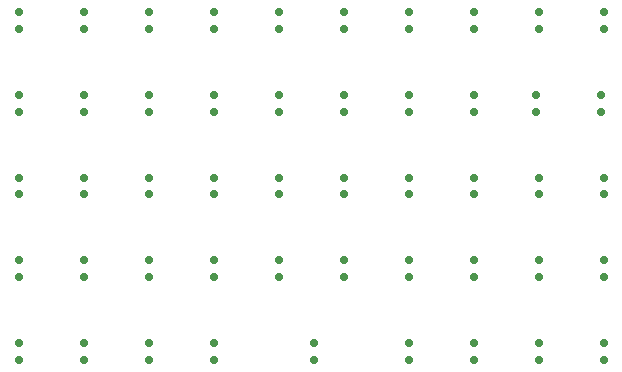
<source format=gbr>
%TF.GenerationSoftware,KiCad,Pcbnew,8.0.6-1.fc40*%
%TF.CreationDate,2025-02-15T15:48:19+01:00*%
%TF.ProjectId,airMouse-keyboard,6169724d-6f75-4736-952d-6b6579626f61,RC1*%
%TF.SameCoordinates,Original*%
%TF.FileFunction,Paste,Bot*%
%TF.FilePolarity,Positive*%
%FSLAX46Y46*%
G04 Gerber Fmt 4.6, Leading zero omitted, Abs format (unit mm)*
G04 Created by KiCad (PCBNEW 8.0.6-1.fc40) date 2025-02-15 15:48:19*
%MOMM*%
%LPD*%
G01*
G04 APERTURE LIST*
G04 Aperture macros list*
%AMRoundRect*
0 Rectangle with rounded corners*
0 $1 Rounding radius*
0 $2 $3 $4 $5 $6 $7 $8 $9 X,Y pos of 4 corners*
0 Add a 4 corners polygon primitive as box body*
4,1,4,$2,$3,$4,$5,$6,$7,$8,$9,$2,$3,0*
0 Add four circle primitives for the rounded corners*
1,1,$1+$1,$2,$3*
1,1,$1+$1,$4,$5*
1,1,$1+$1,$6,$7*
1,1,$1+$1,$8,$9*
0 Add four rect primitives between the rounded corners*
20,1,$1+$1,$2,$3,$4,$5,0*
20,1,$1+$1,$4,$5,$6,$7,0*
20,1,$1+$1,$6,$7,$8,$9,0*
20,1,$1+$1,$8,$9,$2,$3,0*%
G04 Aperture macros list end*
%ADD10RoundRect,0.150000X-0.200000X0.150000X-0.200000X-0.150000X0.200000X-0.150000X0.200000X0.150000X0*%
G04 APERTURE END LIST*
D10*
%TO.C,D43*%
X98750000Y-116100000D03*
X98750000Y-114700000D03*
%TD*%
%TO.C,D13*%
X98750000Y-95100000D03*
X98750000Y-93700000D03*
%TD*%
%TO.C,D12*%
X93250000Y-95100000D03*
X93250000Y-93700000D03*
%TD*%
%TO.C,D1*%
X87750000Y-88100000D03*
X87750000Y-86700000D03*
%TD*%
%TO.C,D49*%
X137250000Y-116100000D03*
X137250000Y-114700000D03*
%TD*%
%TO.C,D48*%
X131750000Y-116100000D03*
X131750000Y-114700000D03*
%TD*%
%TO.C,D26*%
X115250000Y-102100000D03*
X115250000Y-100700000D03*
%TD*%
%TO.C,D27*%
X120750000Y-102100000D03*
X120750000Y-100700000D03*
%TD*%
%TO.C,D37*%
X120750000Y-109100000D03*
X120750000Y-107700000D03*
%TD*%
%TO.C,D36*%
X115250000Y-109100000D03*
X115250000Y-107700000D03*
%TD*%
%TO.C,D9*%
X131750000Y-88100000D03*
X131750000Y-86700000D03*
%TD*%
%TO.C,D23*%
X98750000Y-102100000D03*
X98750000Y-100700000D03*
%TD*%
%TO.C,D47*%
X126250000Y-116100000D03*
X126250000Y-114700000D03*
%TD*%
%TO.C,D41*%
X87750000Y-116100000D03*
X87750000Y-114700000D03*
%TD*%
%TO.C,D20*%
X137000000Y-95100000D03*
X137000000Y-93700000D03*
%TD*%
%TO.C,D14*%
X104250000Y-95100000D03*
X104250000Y-93700000D03*
%TD*%
%TO.C,D19*%
X131500000Y-95100000D03*
X131500000Y-93700000D03*
%TD*%
%TO.C,D15*%
X109750000Y-95100000D03*
X109750000Y-93700000D03*
%TD*%
%TO.C,D30*%
X137250000Y-102100000D03*
X137250000Y-100700000D03*
%TD*%
%TO.C,D5*%
X109750000Y-88100000D03*
X109750000Y-86700000D03*
%TD*%
%TO.C,D11*%
X87750000Y-95100000D03*
X87750000Y-93700000D03*
%TD*%
%TO.C,D35*%
X109750000Y-109100000D03*
X109750000Y-107700000D03*
%TD*%
%TO.C,D39*%
X131750000Y-109100000D03*
X131750000Y-107700000D03*
%TD*%
%TO.C,D40*%
X137250000Y-109100000D03*
X137250000Y-107700000D03*
%TD*%
%TO.C,D6*%
X115250000Y-88100000D03*
X115250000Y-86700000D03*
%TD*%
%TO.C,D10*%
X137250000Y-88100000D03*
X137250000Y-86700000D03*
%TD*%
%TO.C,D17*%
X120750000Y-95100000D03*
X120750000Y-93700000D03*
%TD*%
%TO.C,D44*%
X104250000Y-116100000D03*
X104250000Y-114700000D03*
%TD*%
%TO.C,D34*%
X104250000Y-109100000D03*
X104250000Y-107700000D03*
%TD*%
%TO.C,D45*%
X112750000Y-116100000D03*
X112750000Y-114700000D03*
%TD*%
%TO.C,D24*%
X104250000Y-102100000D03*
X104250000Y-100700000D03*
%TD*%
%TO.C,D33*%
X98750000Y-109100000D03*
X98750000Y-107700000D03*
%TD*%
%TO.C,D8*%
X126250000Y-88100000D03*
X126250000Y-86700000D03*
%TD*%
%TO.C,D32*%
X93250000Y-109100000D03*
X93250000Y-107700000D03*
%TD*%
%TO.C,D3*%
X98750000Y-88100000D03*
X98750000Y-86700000D03*
%TD*%
%TO.C,D18*%
X126250000Y-95100000D03*
X126250000Y-93700000D03*
%TD*%
%TO.C,D42*%
X93250000Y-116100000D03*
X93250000Y-114700000D03*
%TD*%
%TO.C,D4*%
X104250000Y-88100000D03*
X104250000Y-86700000D03*
%TD*%
%TO.C,D31*%
X87750000Y-109100000D03*
X87750000Y-107700000D03*
%TD*%
%TO.C,D46*%
X120750000Y-116100000D03*
X120750000Y-114700000D03*
%TD*%
%TO.C,D38*%
X126250000Y-109100000D03*
X126250000Y-107700000D03*
%TD*%
%TO.C,D29*%
X131750000Y-102100000D03*
X131750000Y-100700000D03*
%TD*%
%TO.C,D25*%
X109750000Y-102100000D03*
X109750000Y-100700000D03*
%TD*%
%TO.C,D21*%
X87750000Y-102100000D03*
X87750000Y-100700000D03*
%TD*%
%TO.C,D22*%
X93250000Y-102100000D03*
X93250000Y-100700000D03*
%TD*%
%TO.C,D28*%
X126250000Y-102100000D03*
X126250000Y-100700000D03*
%TD*%
%TO.C,D16*%
X115250000Y-95100000D03*
X115250000Y-93700000D03*
%TD*%
%TO.C,D7*%
X120750000Y-88100000D03*
X120750000Y-86700000D03*
%TD*%
%TO.C,D2*%
X93250000Y-88100000D03*
X93250000Y-86700000D03*
%TD*%
M02*

</source>
